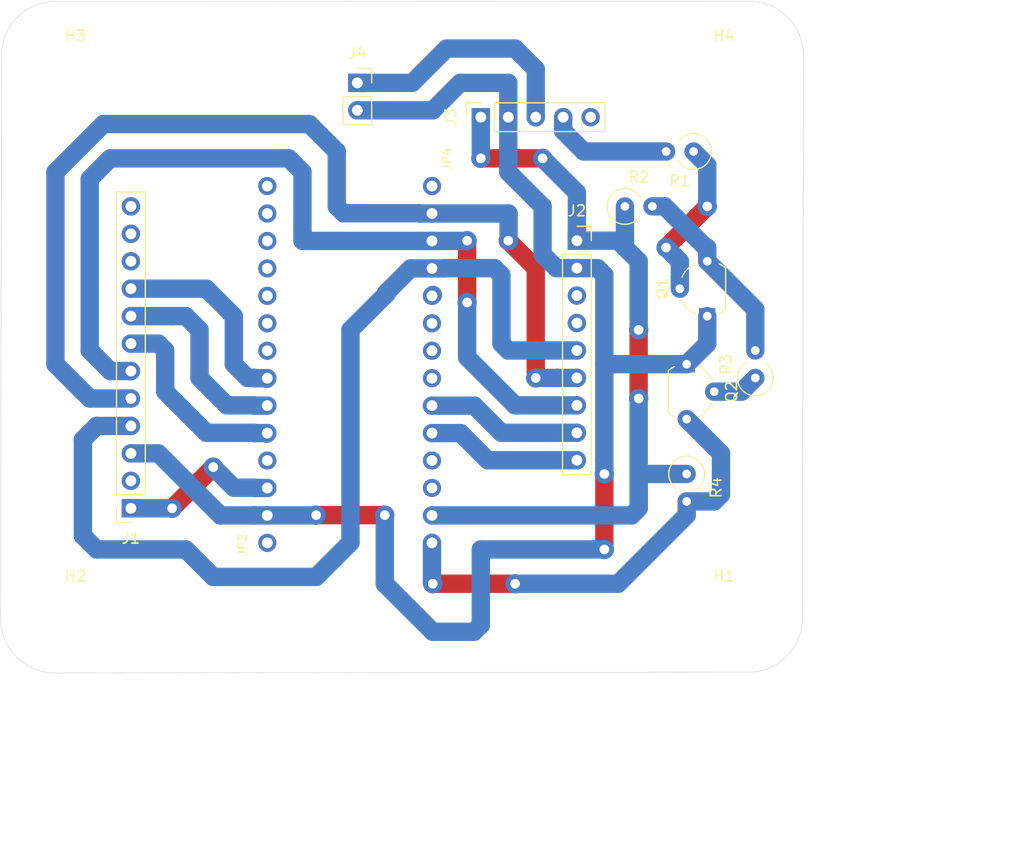
<source format=kicad_pcb>
(kicad_pcb (version 20171130) (host pcbnew 5.1.5-52549c5~84~ubuntu18.04.1)

  (general
    (thickness 1.6)
    (drawings 10)
    (tracks 195)
    (zones 0)
    (modules 16)
    (nets 18)
  )

  (page A4)
  (layers
    (0 Top signal)
    (1 Route2 signal)
    (2 Route15 signal)
    (31 Bottom signal)
    (32 B.Adhes user)
    (33 F.Adhes user)
    (34 B.Paste user)
    (35 F.Paste user)
    (36 B.SilkS user)
    (37 F.SilkS user)
    (38 B.Mask user)
    (39 F.Mask user)
    (40 Dwgs.User user)
    (41 Cmts.User user)
    (42 Eco1.User user)
    (43 Eco2.User user)
    (44 Edge.Cuts user)
    (45 Margin user)
    (46 B.CrtYd user)
    (47 F.CrtYd user)
    (48 B.Fab user)
    (49 F.Fab user)
  )

  (setup
    (last_trace_width 1.7)
    (user_trace_width 1.7)
    (user_trace_width 3)
    (trace_clearance 0.2)
    (zone_clearance 0.508)
    (zone_45_only no)
    (trace_min 0.2)
    (via_size 0.8)
    (via_drill 0.4)
    (via_min_size 0.4)
    (via_min_drill 0.3)
    (user_via 1.78 0.89)
    (user_via 3 1.5)
    (uvia_size 0.3)
    (uvia_drill 0.1)
    (uvias_allowed no)
    (uvia_min_size 0.2)
    (uvia_min_drill 0.1)
    (edge_width 0.05)
    (segment_width 0.2)
    (pcb_text_width 0.3)
    (pcb_text_size 1.5 1.5)
    (mod_edge_width 0.12)
    (mod_text_size 1 1)
    (mod_text_width 0.15)
    (pad_size 1.524 1.524)
    (pad_drill 0.762)
    (pad_to_mask_clearance 0.051)
    (solder_mask_min_width 0.25)
    (aux_axis_origin 58.42 88.265)
    (visible_elements FFFFFF7F)
    (pcbplotparams
      (layerselection 0x01000_fffffff8)
      (usegerberextensions false)
      (usegerberattributes false)
      (usegerberadvancedattributes false)
      (creategerberjobfile false)
      (excludeedgelayer true)
      (linewidth 0.100000)
      (plotframeref false)
      (viasonmask false)
      (mode 1)
      (useauxorigin true)
      (hpglpennumber 1)
      (hpglpenspeed 20)
      (hpglpendiameter 15.000000)
      (psnegative false)
      (psa4output false)
      (plotreference true)
      (plotvalue true)
      (plotinvisibletext false)
      (padsonsilk false)
      (subtractmaskfromsilk false)
      (outputformat 1)
      (mirror false)
      (drillshape 0)
      (scaleselection 1)
      (outputdirectory "gerb/"))
  )

  (net 0 "")
  (net 1 GND)
  (net 2 MOSI)
  (net 3 MISO)
  (net 4 SCK)
  (net 5 +3V3)
  (net 6 E_CS)
  (net 7 E_BUSY)
  (net 8 E_~RST)
  (net 9 VBUS)
  (net 10 /A0)
  (net 11 /A1)
  (net 12 DRV)
  (net 13 "Net-(J3-Pad3)")
  (net 14 ~RST)
  (net 15 "Net-(Q1-Pad3)")
  (net 16 "Net-(Q1-Pad2)")
  (net 17 "Net-(Q2-Pad2)")

  (net_class Default "This is the default net class."
    (clearance 0.2)
    (trace_width 0.25)
    (via_dia 0.8)
    (via_drill 0.4)
    (uvia_dia 0.3)
    (uvia_drill 0.1)
    (add_net +3V3)
    (add_net /A0)
    (add_net /A1)
    (add_net /A2)
    (add_net /A3)
    (add_net /A4)
    (add_net /AREF)
    (add_net /D13)
    (add_net /D2)
    (add_net /D5_5V)
    (add_net /RX_D0)
    (add_net /SCL)
    (add_net /SDA)
    (add_net /TX_D1)
    (add_net /VHI)
    (add_net DRV)
    (add_net E_BUSY)
    (add_net E_CS)
    (add_net E_~RST)
    (add_net GND)
    (add_net L_CS)
    (add_net L_RST)
    (add_net MISO)
    (add_net MOSI)
    (add_net "Net-(J1-Pad10)")
    (add_net "Net-(J1-Pad11)")
    (add_net "Net-(J1-Pad12)")
    (add_net "Net-(J1-Pad2)")
    (add_net "Net-(J2-Pad3)")
    (add_net "Net-(J2-Pad4)")
    (add_net "Net-(J3-Pad3)")
    (add_net "Net-(J3-Pad5)")
    (add_net "Net-(Q1-Pad2)")
    (add_net "Net-(Q1-Pad3)")
    (add_net "Net-(Q2-Pad2)")
    (add_net SCK)
    (add_net VBAT)
    (add_net VBUS)
    (add_net ~RST)
  )

  (module Resistor_THT:R_Axial_DIN0309_L9.0mm_D3.2mm_P2.54mm_Vertical (layer Top) (tedit 5AE5139B) (tstamp 5EEC024F)
    (at 122.555 69.85 270)
    (descr "Resistor, Axial_DIN0309 series, Axial, Vertical, pin pitch=2.54mm, 0.5W = 1/2W, length*diameter=9*3.2mm^2, http://cdn-reichelt.de/documents/datenblatt/B400/1_4W%23YAG.pdf")
    (tags "Resistor Axial_DIN0309 series Axial Vertical pin pitch 2.54mm 0.5W = 1/2W length 9mm diameter 3.2mm")
    (path /5EEC8981)
    (fp_text reference R4 (at 1.27 -2.72 90) (layer F.SilkS)
      (effects (font (size 1 1) (thickness 0.15)))
    )
    (fp_text value R (at 1.27 2.72 90) (layer F.Fab)
      (effects (font (size 1 1) (thickness 0.15)))
    )
    (fp_text user %R (at 1.27 -2.72 90) (layer F.Fab)
      (effects (font (size 1 1) (thickness 0.15)))
    )
    (fp_line (start 3.59 -1.85) (end -1.85 -1.85) (layer F.CrtYd) (width 0.05))
    (fp_line (start 3.59 1.85) (end 3.59 -1.85) (layer F.CrtYd) (width 0.05))
    (fp_line (start -1.85 1.85) (end 3.59 1.85) (layer F.CrtYd) (width 0.05))
    (fp_line (start -1.85 -1.85) (end -1.85 1.85) (layer F.CrtYd) (width 0.05))
    (fp_line (start 0 0) (end 2.54 0) (layer F.Fab) (width 0.1))
    (fp_circle (center 0 0) (end 1.6 0) (layer F.Fab) (width 0.1))
    (fp_arc (start 0 0) (end 1.453272 -0.8) (angle -295.326041) (layer F.SilkS) (width 0.12))
    (pad 2 thru_hole oval (at 2.54 0 270) (size 1.6 1.6) (drill 0.8) (layers *.Cu *.Mask)
      (net 14 ~RST))
    (pad 1 thru_hole circle (at 0 0 270) (size 1.6 1.6) (drill 0.8) (layers *.Cu *.Mask)
      (net 5 +3V3))
    (model ${KISYS3DMOD}/Resistor_THT.3dshapes/R_Axial_DIN0309_L9.0mm_D3.2mm_P2.54mm_Vertical.wrl
      (at (xyz 0 0 0))
      (scale (xyz 1 1 1))
      (rotate (xyz 0 0 0))
    )
  )

  (module Resistor_THT:R_Axial_DIN0309_L9.0mm_D3.2mm_P2.54mm_Vertical (layer Top) (tedit 5AE5139B) (tstamp 5EEC0241)
    (at 128.905 60.96 90)
    (descr "Resistor, Axial_DIN0309 series, Axial, Vertical, pin pitch=2.54mm, 0.5W = 1/2W, length*diameter=9*3.2mm^2, http://cdn-reichelt.de/documents/datenblatt/B400/1_4W%23YAG.pdf")
    (tags "Resistor Axial_DIN0309 series Axial Vertical pin pitch 2.54mm 0.5W = 1/2W length 9mm diameter 3.2mm")
    (path /5EECE4CA)
    (fp_text reference R3 (at 1.27 -2.72 90) (layer F.SilkS)
      (effects (font (size 1 1) (thickness 0.15)))
    )
    (fp_text value R (at 1.27 2.72 90) (layer F.Fab)
      (effects (font (size 1 1) (thickness 0.15)))
    )
    (fp_text user %R (at 1.27 -2.72 90) (layer F.Fab)
      (effects (font (size 1 1) (thickness 0.15)))
    )
    (fp_line (start 3.59 -1.85) (end -1.85 -1.85) (layer F.CrtYd) (width 0.05))
    (fp_line (start 3.59 1.85) (end 3.59 -1.85) (layer F.CrtYd) (width 0.05))
    (fp_line (start -1.85 1.85) (end 3.59 1.85) (layer F.CrtYd) (width 0.05))
    (fp_line (start -1.85 -1.85) (end -1.85 1.85) (layer F.CrtYd) (width 0.05))
    (fp_line (start 0 0) (end 2.54 0) (layer F.Fab) (width 0.1))
    (fp_circle (center 0 0) (end 1.6 0) (layer F.Fab) (width 0.1))
    (fp_arc (start 0 0) (end 1.453272 -0.8) (angle -295.326041) (layer F.SilkS) (width 0.12))
    (pad 2 thru_hole oval (at 2.54 0 90) (size 1.6 1.6) (drill 0.8) (layers *.Cu *.Mask)
      (net 15 "Net-(Q1-Pad3)"))
    (pad 1 thru_hole circle (at 0 0 90) (size 1.6 1.6) (drill 0.8) (layers *.Cu *.Mask)
      (net 17 "Net-(Q2-Pad2)"))
    (model ${KISYS3DMOD}/Resistor_THT.3dshapes/R_Axial_DIN0309_L9.0mm_D3.2mm_P2.54mm_Vertical.wrl
      (at (xyz 0 0 0))
      (scale (xyz 1 1 1))
      (rotate (xyz 0 0 0))
    )
  )

  (module Resistor_THT:R_Axial_DIN0309_L9.0mm_D3.2mm_P2.54mm_Vertical (layer Top) (tedit 5AE5139B) (tstamp 5EEC1098)
    (at 116.84 45.085)
    (descr "Resistor, Axial_DIN0309 series, Axial, Vertical, pin pitch=2.54mm, 0.5W = 1/2W, length*diameter=9*3.2mm^2, http://cdn-reichelt.de/documents/datenblatt/B400/1_4W%23YAG.pdf")
    (tags "Resistor Axial_DIN0309 series Axial Vertical pin pitch 2.54mm 0.5W = 1/2W length 9mm diameter 3.2mm")
    (path /5EED491C)
    (fp_text reference R2 (at 1.27 -2.72) (layer F.SilkS)
      (effects (font (size 1 1) (thickness 0.15)))
    )
    (fp_text value R (at 1.27 2.72) (layer F.Fab)
      (effects (font (size 1 1) (thickness 0.15)))
    )
    (fp_text user %R (at 1.27 -2.72) (layer F.Fab)
      (effects (font (size 1 1) (thickness 0.15)))
    )
    (fp_line (start 3.59 -1.85) (end -1.85 -1.85) (layer F.CrtYd) (width 0.05))
    (fp_line (start 3.59 1.85) (end 3.59 -1.85) (layer F.CrtYd) (width 0.05))
    (fp_line (start -1.85 1.85) (end 3.59 1.85) (layer F.CrtYd) (width 0.05))
    (fp_line (start -1.85 -1.85) (end -1.85 1.85) (layer F.CrtYd) (width 0.05))
    (fp_line (start 0 0) (end 2.54 0) (layer F.Fab) (width 0.1))
    (fp_circle (center 0 0) (end 1.6 0) (layer F.Fab) (width 0.1))
    (fp_arc (start 0 0) (end 1.453272 -0.8) (angle -295.326041) (layer F.SilkS) (width 0.12))
    (pad 2 thru_hole oval (at 2.54 0) (size 1.6 1.6) (drill 0.8) (layers *.Cu *.Mask)
      (net 15 "Net-(Q1-Pad3)"))
    (pad 1 thru_hole circle (at 0 0) (size 1.6 1.6) (drill 0.8) (layers *.Cu *.Mask)
      (net 5 +3V3))
    (model ${KISYS3DMOD}/Resistor_THT.3dshapes/R_Axial_DIN0309_L9.0mm_D3.2mm_P2.54mm_Vertical.wrl
      (at (xyz 0 0 0))
      (scale (xyz 1 1 1))
      (rotate (xyz 0 0 0))
    )
  )

  (module Resistor_THT:R_Axial_DIN0309_L9.0mm_D3.2mm_P2.54mm_Vertical (layer Top) (tedit 5AE5139B) (tstamp 5EEC0225)
    (at 123.19 40.005 180)
    (descr "Resistor, Axial_DIN0309 series, Axial, Vertical, pin pitch=2.54mm, 0.5W = 1/2W, length*diameter=9*3.2mm^2, http://cdn-reichelt.de/documents/datenblatt/B400/1_4W%23YAG.pdf")
    (tags "Resistor Axial_DIN0309 series Axial Vertical pin pitch 2.54mm 0.5W = 1/2W length 9mm diameter 3.2mm")
    (path /5EEDBB3B)
    (fp_text reference R1 (at 1.27 -2.72) (layer F.SilkS)
      (effects (font (size 1 1) (thickness 0.15)))
    )
    (fp_text value R (at 1.27 2.72) (layer F.Fab)
      (effects (font (size 1 1) (thickness 0.15)))
    )
    (fp_text user %R (at 1.27 -2.72) (layer F.Fab)
      (effects (font (size 1 1) (thickness 0.15)))
    )
    (fp_line (start 3.59 -1.85) (end -1.85 -1.85) (layer F.CrtYd) (width 0.05))
    (fp_line (start 3.59 1.85) (end 3.59 -1.85) (layer F.CrtYd) (width 0.05))
    (fp_line (start -1.85 1.85) (end 3.59 1.85) (layer F.CrtYd) (width 0.05))
    (fp_line (start -1.85 -1.85) (end -1.85 1.85) (layer F.CrtYd) (width 0.05))
    (fp_line (start 0 0) (end 2.54 0) (layer F.Fab) (width 0.1))
    (fp_circle (center 0 0) (end 1.6 0) (layer F.Fab) (width 0.1))
    (fp_arc (start 0 0) (end 1.453272 -0.8) (angle -295.326041) (layer F.SilkS) (width 0.12))
    (pad 2 thru_hole oval (at 2.54 0 180) (size 1.6 1.6) (drill 0.8) (layers *.Cu *.Mask)
      (net 12 DRV))
    (pad 1 thru_hole circle (at 0 0 180) (size 1.6 1.6) (drill 0.8) (layers *.Cu *.Mask)
      (net 16 "Net-(Q1-Pad2)"))
    (model ${KISYS3DMOD}/Resistor_THT.3dshapes/R_Axial_DIN0309_L9.0mm_D3.2mm_P2.54mm_Vertical.wrl
      (at (xyz 0 0 0))
      (scale (xyz 1 1 1))
      (rotate (xyz 0 0 0))
    )
  )

  (module Package_TO_SOT_THT:TO-92L_Wide (layer Top) (tedit 5A152D5B) (tstamp 5EEC0217)
    (at 122.555 59.69 270)
    (descr "TO-92L leads in-line (large body variant of TO-92), also known as TO-226, wide, drill 0.75mm (see https://www.diodes.com/assets/Package-Files/TO92L.pdf and http://www.ti.com/lit/an/snoa059/snoa059.pdf)")
    (tags "TO-92L Molded Wide transistor")
    (path /5EEBB84D)
    (fp_text reference Q2 (at 2.55 -4.15 90) (layer F.SilkS)
      (effects (font (size 1 1) (thickness 0.15)))
    )
    (fp_text value Q_NPN_EBC (at 2.54 2.79 90) (layer F.Fab)
      (effects (font (size 1 1) (thickness 0.15)))
    )
    (fp_arc (start 2.54 0) (end 4.45 1.7) (angle -15.88591585) (layer F.SilkS) (width 0.12))
    (fp_arc (start 2.54 0) (end 2.54 -2.48) (angle -130.2499344) (layer F.Fab) (width 0.1))
    (fp_arc (start 2.54 0) (end 2.54 -2.48) (angle 129.9527847) (layer F.Fab) (width 0.1))
    (fp_arc (start 2.54 0) (end 3.6 -2.35) (angle 40.72153779) (layer F.SilkS) (width 0.12))
    (fp_arc (start 2.54 0) (end 1.45 -2.35) (angle -40.11670855) (layer F.SilkS) (width 0.12))
    (fp_arc (start 2.54 0) (end 0.6 1.7) (angle 15.44288892) (layer F.SilkS) (width 0.12))
    (fp_line (start 0.65 1.6) (end 4.4 1.6) (layer F.Fab) (width 0.1))
    (fp_line (start 0.6 1.7) (end 4.45 1.7) (layer F.SilkS) (width 0.12))
    (fp_text user %R (at 2.55 0.05 90) (layer F.Fab)
      (effects (font (size 1 1) (thickness 0.15)))
    )
    (fp_line (start -1 1.85) (end 6.1 1.85) (layer B.CrtYd) (width 0.05))
    (fp_line (start 6.1 1.85) (end 6.1 -3.55) (layer B.CrtYd) (width 0.05))
    (fp_line (start 6.1 -3.55) (end -1 -3.55) (layer B.CrtYd) (width 0.05))
    (fp_line (start -1 -3.55) (end -1 1.85) (layer B.CrtYd) (width 0.05))
    (pad 1 thru_hole rect (at 0 0) (size 1.5 1.5) (drill 0.8) (layers *.Cu *.Mask)
      (net 1 GND))
    (pad 3 thru_hole circle (at 5.08 0) (size 1.5 1.5) (drill 0.8) (layers *.Cu *.Mask)
      (net 14 ~RST))
    (pad 2 thru_hole circle (at 2.54 -2.54) (size 1.5 1.5) (drill 0.8) (layers *.Cu *.Mask)
      (net 17 "Net-(Q2-Pad2)"))
    (model ${KISYS3DMOD}/Package_TO_SOT_THT.3dshapes/TO-92L_Wide.wrl
      (at (xyz 0 0 0))
      (scale (xyz 1 1 1))
      (rotate (xyz 0 0 0))
    )
  )

  (module Package_TO_SOT_THT:TO-92L_Wide (layer Top) (tedit 5A152D5B) (tstamp 5EEC0203)
    (at 124.46 55.245 90)
    (descr "TO-92L leads in-line (large body variant of TO-92), also known as TO-226, wide, drill 0.75mm (see https://www.diodes.com/assets/Package-Files/TO92L.pdf and http://www.ti.com/lit/an/snoa059/snoa059.pdf)")
    (tags "TO-92L Molded Wide transistor")
    (path /5EED1D6F)
    (fp_text reference Q1 (at 2.55 -4.15 90) (layer F.SilkS)
      (effects (font (size 1 1) (thickness 0.15)))
    )
    (fp_text value Q_NPN_EBC (at 2.54 2.79 90) (layer F.Fab)
      (effects (font (size 1 1) (thickness 0.15)))
    )
    (fp_arc (start 2.54 0) (end 4.45 1.7) (angle -15.88591585) (layer F.SilkS) (width 0.12))
    (fp_arc (start 2.54 0) (end 2.54 -2.48) (angle -130.2499344) (layer F.Fab) (width 0.1))
    (fp_arc (start 2.54 0) (end 2.54 -2.48) (angle 129.9527847) (layer F.Fab) (width 0.1))
    (fp_arc (start 2.54 0) (end 3.6 -2.35) (angle 40.72153779) (layer F.SilkS) (width 0.12))
    (fp_arc (start 2.54 0) (end 1.45 -2.35) (angle -40.11670855) (layer F.SilkS) (width 0.12))
    (fp_arc (start 2.54 0) (end 0.6 1.7) (angle 15.44288892) (layer F.SilkS) (width 0.12))
    (fp_line (start 0.65 1.6) (end 4.4 1.6) (layer F.Fab) (width 0.1))
    (fp_line (start 0.6 1.7) (end 4.45 1.7) (layer F.SilkS) (width 0.12))
    (fp_text user %R (at 2.55 0.05 90) (layer F.Fab)
      (effects (font (size 1 1) (thickness 0.15)))
    )
    (fp_line (start -1 1.85) (end 6.1 1.85) (layer B.CrtYd) (width 0.05))
    (fp_line (start 6.1 1.85) (end 6.1 -3.55) (layer B.CrtYd) (width 0.05))
    (fp_line (start 6.1 -3.55) (end -1 -3.55) (layer B.CrtYd) (width 0.05))
    (fp_line (start -1 -3.55) (end -1 1.85) (layer B.CrtYd) (width 0.05))
    (pad 1 thru_hole rect (at 0 0 180) (size 1.5 1.5) (drill 0.8) (layers *.Cu *.Mask)
      (net 1 GND))
    (pad 3 thru_hole circle (at 5.08 0 180) (size 1.5 1.5) (drill 0.8) (layers *.Cu *.Mask)
      (net 15 "Net-(Q1-Pad3)"))
    (pad 2 thru_hole circle (at 2.54 -2.54 180) (size 1.5 1.5) (drill 0.8) (layers *.Cu *.Mask)
      (net 16 "Net-(Q1-Pad2)"))
    (model ${KISYS3DMOD}/Package_TO_SOT_THT.3dshapes/TO-92L_Wide.wrl
      (at (xyz 0 0 0))
      (scale (xyz 1 1 1))
      (rotate (xyz 0 0 0))
    )
  )

  (module Connector_PinSocket_2.54mm:PinSocket_1x02_P2.54mm_Vertical (layer Top) (tedit 5A19A420) (tstamp 5EEC016F)
    (at 92.075 33.655)
    (descr "Through hole straight socket strip, 1x02, 2.54mm pitch, single row (from Kicad 4.0.7), script generated")
    (tags "Through hole socket strip THT 1x02 2.54mm single row")
    (path /5EEFC542)
    (fp_text reference J4 (at 0 -2.77) (layer F.SilkS)
      (effects (font (size 1 1) (thickness 0.15)))
    )
    (fp_text value Conn_01x02_Female (at 0 5.31) (layer F.Fab)
      (effects (font (size 1 1) (thickness 0.15)))
    )
    (fp_text user %R (at 0 1.27 90) (layer F.Fab)
      (effects (font (size 1 1) (thickness 0.15)))
    )
    (fp_line (start -1.8 4.3) (end -1.8 -1.8) (layer F.CrtYd) (width 0.05))
    (fp_line (start 1.75 4.3) (end -1.8 4.3) (layer F.CrtYd) (width 0.05))
    (fp_line (start 1.75 -1.8) (end 1.75 4.3) (layer F.CrtYd) (width 0.05))
    (fp_line (start -1.8 -1.8) (end 1.75 -1.8) (layer F.CrtYd) (width 0.05))
    (fp_line (start 0 -1.33) (end 1.33 -1.33) (layer F.SilkS) (width 0.12))
    (fp_line (start 1.33 -1.33) (end 1.33 0) (layer F.SilkS) (width 0.12))
    (fp_line (start 1.33 1.27) (end 1.33 3.87) (layer F.SilkS) (width 0.12))
    (fp_line (start -1.33 3.87) (end 1.33 3.87) (layer F.SilkS) (width 0.12))
    (fp_line (start -1.33 1.27) (end -1.33 3.87) (layer F.SilkS) (width 0.12))
    (fp_line (start -1.33 1.27) (end 1.33 1.27) (layer F.SilkS) (width 0.12))
    (fp_line (start -1.27 3.81) (end -1.27 -1.27) (layer F.Fab) (width 0.1))
    (fp_line (start 1.27 3.81) (end -1.27 3.81) (layer F.Fab) (width 0.1))
    (fp_line (start 1.27 -0.635) (end 1.27 3.81) (layer F.Fab) (width 0.1))
    (fp_line (start 0.635 -1.27) (end 1.27 -0.635) (layer F.Fab) (width 0.1))
    (fp_line (start -1.27 -1.27) (end 0.635 -1.27) (layer F.Fab) (width 0.1))
    (pad 2 thru_hole oval (at 0 2.54) (size 1.7 1.7) (drill 1) (layers *.Cu *.Mask)
      (net 1 GND))
    (pad 1 thru_hole rect (at 0 0) (size 1.7 1.7) (drill 1) (layers *.Cu *.Mask)
      (net 13 "Net-(J3-Pad3)"))
    (model ${KISYS3DMOD}/Connector_PinSocket_2.54mm.3dshapes/PinSocket_1x02_P2.54mm_Vertical.wrl
      (at (xyz 0 0 0))
      (scale (xyz 1 1 1))
      (rotate (xyz 0 0 0))
    )
  )

  (module Connector_PinSocket_2.54mm:PinSocket_1x05_P2.54mm_Vertical (layer Top) (tedit 5A19A420) (tstamp 5EEC0159)
    (at 103.505 36.83 90)
    (descr "Through hole straight socket strip, 1x05, 2.54mm pitch, single row (from Kicad 4.0.7), script generated")
    (tags "Through hole socket strip THT 1x05 2.54mm single row")
    (path /5EEF8EF8)
    (fp_text reference J3 (at 0 -2.77 90) (layer F.SilkS)
      (effects (font (size 1 1) (thickness 0.15)))
    )
    (fp_text value Conn_01x05_Female (at 0 12.93 90) (layer F.Fab)
      (effects (font (size 1 1) (thickness 0.15)))
    )
    (fp_text user %R (at 0 5.08) (layer F.Fab)
      (effects (font (size 1 1) (thickness 0.15)))
    )
    (fp_line (start -1.8 11.9) (end -1.8 -1.8) (layer F.CrtYd) (width 0.05))
    (fp_line (start 1.75 11.9) (end -1.8 11.9) (layer F.CrtYd) (width 0.05))
    (fp_line (start 1.75 -1.8) (end 1.75 11.9) (layer F.CrtYd) (width 0.05))
    (fp_line (start -1.8 -1.8) (end 1.75 -1.8) (layer F.CrtYd) (width 0.05))
    (fp_line (start 0 -1.33) (end 1.33 -1.33) (layer F.SilkS) (width 0.12))
    (fp_line (start 1.33 -1.33) (end 1.33 0) (layer F.SilkS) (width 0.12))
    (fp_line (start 1.33 1.27) (end 1.33 11.49) (layer F.SilkS) (width 0.12))
    (fp_line (start -1.33 11.49) (end 1.33 11.49) (layer F.SilkS) (width 0.12))
    (fp_line (start -1.33 1.27) (end -1.33 11.49) (layer F.SilkS) (width 0.12))
    (fp_line (start -1.33 1.27) (end 1.33 1.27) (layer F.SilkS) (width 0.12))
    (fp_line (start -1.27 11.43) (end -1.27 -1.27) (layer F.Fab) (width 0.1))
    (fp_line (start 1.27 11.43) (end -1.27 11.43) (layer F.Fab) (width 0.1))
    (fp_line (start 1.27 -0.635) (end 1.27 11.43) (layer F.Fab) (width 0.1))
    (fp_line (start 0.635 -1.27) (end 1.27 -0.635) (layer F.Fab) (width 0.1))
    (fp_line (start -1.27 -1.27) (end 0.635 -1.27) (layer F.Fab) (width 0.1))
    (pad 5 thru_hole oval (at 0 10.16 90) (size 1.7 1.7) (drill 1) (layers *.Cu *.Mask))
    (pad 4 thru_hole oval (at 0 7.62 90) (size 1.7 1.7) (drill 1) (layers *.Cu *.Mask)
      (net 12 DRV))
    (pad 3 thru_hole oval (at 0 5.08 90) (size 1.7 1.7) (drill 1) (layers *.Cu *.Mask)
      (net 13 "Net-(J3-Pad3)"))
    (pad 2 thru_hole oval (at 0 2.54 90) (size 1.7 1.7) (drill 1) (layers *.Cu *.Mask)
      (net 1 GND))
    (pad 1 thru_hole rect (at 0 0 90) (size 1.7 1.7) (drill 1) (layers *.Cu *.Mask)
      (net 5 +3V3))
    (model ${KISYS3DMOD}/Connector_PinSocket_2.54mm.3dshapes/PinSocket_1x05_P2.54mm_Vertical.wrl
      (at (xyz 0 0 0))
      (scale (xyz 1 1 1))
      (rotate (xyz 0 0 0))
    )
  )

  (module MountingHole:MountingHole_2.7mm_M2.5 (layer Top) (tedit 56D1B4CB) (tstamp 5EEC00CA)
    (at 126 33)
    (descr "Mounting Hole 2.7mm, no annular, M2.5")
    (tags "mounting hole 2.7mm no annular m2.5")
    (path /5D99FFF4)
    (attr virtual)
    (fp_text reference H4 (at 0 -3.7) (layer F.SilkS)
      (effects (font (size 1 1) (thickness 0.15)))
    )
    (fp_text value MountingHole (at 0 3.7) (layer F.Fab)
      (effects (font (size 1 1) (thickness 0.15)))
    )
    (fp_text user %R (at 0.3 0) (layer F.Fab)
      (effects (font (size 1 1) (thickness 0.15)))
    )
    (fp_circle (center 0 0) (end 2.7 0) (layer Cmts.User) (width 0.15))
    (fp_circle (center 0 0) (end 2.95 0) (layer F.CrtYd) (width 0.05))
    (pad 1 np_thru_hole circle (at 0 0) (size 2.7 2.7) (drill 2.7) (layers *.Cu *.Mask))
  )

  (module Connector_PinSocket_2.54mm:PinSocket_1x12_P2.54mm_Vertical (layer Top) (tedit 5A19A41D) (tstamp 5EE925AE)
    (at 71.12 73.025 180)
    (descr "Through hole straight socket strip, 1x12, 2.54mm pitch, single row (from Kicad 4.0.7), script generated")
    (tags "Through hole socket strip THT 1x12 2.54mm single row")
    (path /5D953D46)
    (fp_text reference J1 (at 0 -2.77) (layer F.SilkS)
      (effects (font (size 1 1) (thickness 0.15)))
    )
    (fp_text value Conn_01x12_Female (at 0 30.71) (layer F.Fab)
      (effects (font (size 1 1) (thickness 0.15)))
    )
    (fp_line (start -1.27 -1.27) (end 0.635 -1.27) (layer F.Fab) (width 0.1))
    (fp_line (start 0.635 -1.27) (end 1.27 -0.635) (layer F.Fab) (width 0.1))
    (fp_line (start 1.27 -0.635) (end 1.27 29.21) (layer F.Fab) (width 0.1))
    (fp_line (start 1.27 29.21) (end -1.27 29.21) (layer F.Fab) (width 0.1))
    (fp_line (start -1.27 29.21) (end -1.27 -1.27) (layer F.Fab) (width 0.1))
    (fp_line (start -1.33 1.27) (end 1.33 1.27) (layer F.SilkS) (width 0.12))
    (fp_line (start -1.33 1.27) (end -1.33 29.27) (layer F.SilkS) (width 0.12))
    (fp_line (start -1.33 29.27) (end 1.33 29.27) (layer F.SilkS) (width 0.12))
    (fp_line (start 1.33 1.27) (end 1.33 29.27) (layer F.SilkS) (width 0.12))
    (fp_line (start 1.33 -1.33) (end 1.33 0) (layer F.SilkS) (width 0.12))
    (fp_line (start 0 -1.33) (end 1.33 -1.33) (layer F.SilkS) (width 0.12))
    (fp_line (start -1.8 -1.8) (end 1.75 -1.8) (layer F.CrtYd) (width 0.05))
    (fp_line (start 1.75 -1.8) (end 1.75 29.7) (layer F.CrtYd) (width 0.05))
    (fp_line (start 1.75 29.7) (end -1.8 29.7) (layer F.CrtYd) (width 0.05))
    (fp_line (start -1.8 29.7) (end -1.8 -1.8) (layer F.CrtYd) (width 0.05))
    (fp_text user %R (at 0 13.97 90) (layer F.Fab)
      (effects (font (size 1 1) (thickness 0.15)))
    )
    (pad 1 thru_hole rect (at 0 0 180) (size 1.7 1.7) (drill 1) (layers *.Cu *.Mask)
      (net 9 VBUS))
    (pad 2 thru_hole oval (at 0 2.54 180) (size 1.7 1.7) (drill 1) (layers *.Cu *.Mask))
    (pad 3 thru_hole oval (at 0 5.08 180) (size 1.7 1.7) (drill 1) (layers *.Cu *.Mask)
      (net 1 GND))
    (pad 4 thru_hole oval (at 0 7.62 180) (size 1.7 1.7) (drill 1) (layers *.Cu *.Mask)
      (net 4 SCK))
    (pad 5 thru_hole oval (at 0 10.16 180) (size 1.7 1.7) (drill 1) (layers *.Cu *.Mask)
      (net 3 MISO))
    (pad 6 thru_hole oval (at 0 12.7 180) (size 1.7 1.7) (drill 1) (layers *.Cu *.Mask)
      (net 2 MOSI))
    (pad 7 thru_hole oval (at 0 15.24 180) (size 1.7 1.7) (drill 1) (layers *.Cu *.Mask)
      (net 6 E_CS))
    (pad 8 thru_hole oval (at 0 17.78 180) (size 1.7 1.7) (drill 1) (layers *.Cu *.Mask)
      (net 7 E_BUSY))
    (pad 9 thru_hole oval (at 0 20.32 180) (size 1.7 1.7) (drill 1) (layers *.Cu *.Mask)
      (net 8 E_~RST))
    (pad 10 thru_hole oval (at 0 22.86 180) (size 1.7 1.7) (drill 1) (layers *.Cu *.Mask))
    (pad 11 thru_hole oval (at 0 25.4 180) (size 1.7 1.7) (drill 1) (layers *.Cu *.Mask))
    (pad 12 thru_hole oval (at 0 27.94 180) (size 1.7 1.7) (drill 1) (layers *.Cu *.Mask))
    (model ${KISYS3DMOD}/Connector_PinSocket_2.54mm.3dshapes/PinSocket_1x12_P2.54mm_Vertical.wrl
      (at (xyz 0 0 0))
      (scale (xyz 1 1 1))
      (rotate (xyz 0 0 0))
    )
  )

  (module Connector_PinSocket_2.54mm:PinSocket_1x09_P2.54mm_Vertical (layer Top) (tedit 5A19A431) (tstamp 5EE92428)
    (at 112.395 48.26)
    (descr "Through hole straight socket strip, 1x09, 2.54mm pitch, single row (from Kicad 4.0.7), script generated")
    (tags "Through hole socket strip THT 1x09 2.54mm single row")
    (path /5EEA3416)
    (fp_text reference J2 (at 0 -2.77) (layer F.SilkS)
      (effects (font (size 1 1) (thickness 0.15)))
    )
    (fp_text value Conn_01x09_Female (at 0 23.09) (layer F.Fab)
      (effects (font (size 1 1) (thickness 0.15)))
    )
    (fp_text user %R (at 0 10.16 90) (layer F.Fab)
      (effects (font (size 1 1) (thickness 0.15)))
    )
    (fp_line (start -1.8 22.1) (end -1.8 -1.8) (layer F.CrtYd) (width 0.05))
    (fp_line (start 1.75 22.1) (end -1.8 22.1) (layer F.CrtYd) (width 0.05))
    (fp_line (start 1.75 -1.8) (end 1.75 22.1) (layer F.CrtYd) (width 0.05))
    (fp_line (start -1.8 -1.8) (end 1.75 -1.8) (layer F.CrtYd) (width 0.05))
    (fp_line (start 0 -1.33) (end 1.33 -1.33) (layer F.SilkS) (width 0.12))
    (fp_line (start 1.33 -1.33) (end 1.33 0) (layer F.SilkS) (width 0.12))
    (fp_line (start 1.33 1.27) (end 1.33 21.65) (layer F.SilkS) (width 0.12))
    (fp_line (start -1.33 21.65) (end 1.33 21.65) (layer F.SilkS) (width 0.12))
    (fp_line (start -1.33 1.27) (end -1.33 21.65) (layer F.SilkS) (width 0.12))
    (fp_line (start -1.33 1.27) (end 1.33 1.27) (layer F.SilkS) (width 0.12))
    (fp_line (start -1.27 21.59) (end -1.27 -1.27) (layer F.Fab) (width 0.1))
    (fp_line (start 1.27 21.59) (end -1.27 21.59) (layer F.Fab) (width 0.1))
    (fp_line (start 1.27 -0.635) (end 1.27 21.59) (layer F.Fab) (width 0.1))
    (fp_line (start 0.635 -1.27) (end 1.27 -0.635) (layer F.Fab) (width 0.1))
    (fp_line (start -1.27 -1.27) (end 0.635 -1.27) (layer F.Fab) (width 0.1))
    (pad 9 thru_hole oval (at 0 20.32) (size 1.7 1.7) (drill 1) (layers *.Cu *.Mask)
      (net 10 /A0))
    (pad 8 thru_hole oval (at 0 17.78) (size 1.7 1.7) (drill 1) (layers *.Cu *.Mask)
      (net 11 /A1))
    (pad 7 thru_hole oval (at 0 15.24) (size 1.7 1.7) (drill 1) (layers *.Cu *.Mask)
      (net 2 MOSI))
    (pad 6 thru_hole oval (at 0 12.7) (size 1.7 1.7) (drill 1) (layers *.Cu *.Mask)
      (net 3 MISO))
    (pad 5 thru_hole oval (at 0 10.16) (size 1.7 1.7) (drill 1) (layers *.Cu *.Mask)
      (net 4 SCK))
    (pad 4 thru_hole oval (at 0 7.62) (size 1.7 1.7) (drill 1) (layers *.Cu *.Mask))
    (pad 3 thru_hole oval (at 0 5.08) (size 1.7 1.7) (drill 1) (layers *.Cu *.Mask))
    (pad 2 thru_hole oval (at 0 2.54) (size 1.7 1.7) (drill 1) (layers *.Cu *.Mask)
      (net 1 GND))
    (pad 1 thru_hole rect (at 0 0) (size 1.7 1.7) (drill 1) (layers *.Cu *.Mask)
      (net 5 +3V3))
    (model ${KISYS3DMOD}/Connector_PinSocket_2.54mm.3dshapes/PinSocket_1x09_P2.54mm_Vertical.wrl
      (at (xyz 0 0 0))
      (scale (xyz 1 1 1))
      (rotate (xyz 0 0 0))
    )
  )

  (module ib4:1X14_ROUND70 (layer Top) (tedit 0) (tstamp 5DA2F3C6)
    (at 83.7438 59.7154 90)
    (path /FA93C76E)
    (fp_text reference JP2 (at -17.8562 -1.8288 90) (layer F.SilkS)
      (effects (font (size 0.77216 0.77216) (thickness 0.138988)) (justify left bottom))
    )
    (fp_text value HEADER-1X14 (at -17.78 3.175 90) (layer F.Fab)
      (effects (font (size 0.38608 0.38608) (thickness 0.038608)) (justify left bottom))
    )
    (fp_poly (pts (xy 16.256 0.254) (xy 16.764 0.254) (xy 16.764 -0.254) (xy 16.256 -0.254)) (layer F.Fab) (width 0))
    (fp_poly (pts (xy 13.716 0.254) (xy 14.224 0.254) (xy 14.224 -0.254) (xy 13.716 -0.254)) (layer F.Fab) (width 0))
    (fp_poly (pts (xy 11.176 0.254) (xy 11.684 0.254) (xy 11.684 -0.254) (xy 11.176 -0.254)) (layer F.Fab) (width 0))
    (fp_poly (pts (xy 8.636 0.254) (xy 9.144 0.254) (xy 9.144 -0.254) (xy 8.636 -0.254)) (layer F.Fab) (width 0))
    (fp_poly (pts (xy 6.096 0.254) (xy 6.604 0.254) (xy 6.604 -0.254) (xy 6.096 -0.254)) (layer F.Fab) (width 0))
    (fp_poly (pts (xy -16.764 0.254) (xy -16.256 0.254) (xy -16.256 -0.254) (xy -16.764 -0.254)) (layer F.Fab) (width 0))
    (fp_poly (pts (xy -14.224 0.254) (xy -13.716 0.254) (xy -13.716 -0.254) (xy -14.224 -0.254)) (layer F.Fab) (width 0))
    (fp_poly (pts (xy -11.684 0.254) (xy -11.176 0.254) (xy -11.176 -0.254) (xy -11.684 -0.254)) (layer F.Fab) (width 0))
    (fp_poly (pts (xy -9.144 0.254) (xy -8.636 0.254) (xy -8.636 -0.254) (xy -9.144 -0.254)) (layer F.Fab) (width 0))
    (fp_poly (pts (xy -6.604 0.254) (xy -6.096 0.254) (xy -6.096 -0.254) (xy -6.604 -0.254)) (layer F.Fab) (width 0))
    (fp_poly (pts (xy -4.064 0.254) (xy -3.556 0.254) (xy -3.556 -0.254) (xy -4.064 -0.254)) (layer F.Fab) (width 0))
    (fp_poly (pts (xy -1.524 0.254) (xy -1.016 0.254) (xy -1.016 -0.254) (xy -1.524 -0.254)) (layer F.Fab) (width 0))
    (fp_poly (pts (xy 1.016 0.254) (xy 1.524 0.254) (xy 1.524 -0.254) (xy 1.016 -0.254)) (layer F.Fab) (width 0))
    (fp_poly (pts (xy 3.556 0.254) (xy 4.064 0.254) (xy 4.064 -0.254) (xy 3.556 -0.254)) (layer F.Fab) (width 0))
    (fp_line (start -17.78 -0.635) (end -17.78 0.635) (layer F.Fab) (width 0.2032))
    (pad 14 thru_hole circle (at 16.51 0 180) (size 1.6764 1.6764) (drill 1) (layers *.Cu *.Mask)
      (solder_mask_margin 0.0508))
    (pad 13 thru_hole circle (at 13.97 0 180) (size 1.6764 1.6764) (drill 1) (layers *.Cu *.Mask)
      (solder_mask_margin 0.0508))
    (pad 12 thru_hole circle (at 11.43 0 180) (size 1.6764 1.6764) (drill 1) (layers *.Cu *.Mask)
      (solder_mask_margin 0.0508))
    (pad 11 thru_hole circle (at 8.89 0 180) (size 1.6764 1.6764) (drill 1) (layers *.Cu *.Mask)
      (solder_mask_margin 0.0508))
    (pad 10 thru_hole circle (at 6.35 0 180) (size 1.6764 1.6764) (drill 1) (layers *.Cu *.Mask)
      (solder_mask_margin 0.0508))
    (pad 9 thru_hole circle (at 3.81 0 180) (size 1.6764 1.6764) (drill 1) (layers *.Cu *.Mask)
      (solder_mask_margin 0.0508))
    (pad 8 thru_hole circle (at 1.27 0 180) (size 1.6764 1.6764) (drill 1) (layers *.Cu *.Mask)
      (solder_mask_margin 0.0508))
    (pad 7 thru_hole circle (at -1.27 0 180) (size 1.6764 1.6764) (drill 1) (layers *.Cu *.Mask)
      (net 8 E_~RST) (solder_mask_margin 0.0508))
    (pad 6 thru_hole circle (at -3.81 0 180) (size 1.6764 1.6764) (drill 1) (layers *.Cu *.Mask)
      (net 7 E_BUSY) (solder_mask_margin 0.0508))
    (pad 5 thru_hole circle (at -6.35 0 180) (size 1.6764 1.6764) (drill 1) (layers *.Cu *.Mask)
      (net 6 E_CS) (solder_mask_margin 0.0508))
    (pad 4 thru_hole circle (at -8.89 0 180) (size 1.6764 1.6764) (drill 1) (layers *.Cu *.Mask)
      (solder_mask_margin 0.0508))
    (pad 3 thru_hole circle (at -11.43 0 180) (size 1.6764 1.6764) (drill 1) (layers *.Cu *.Mask)
      (net 9 VBUS) (solder_mask_margin 0.0508))
    (pad 2 thru_hole circle (at -13.97 0 180) (size 1.6764 1.6764) (drill 1) (layers *.Cu *.Mask)
      (net 1 GND) (solder_mask_margin 0.0508))
    (pad 1 thru_hole circle (at -16.51 0 180) (size 1.6764 1.6764) (drill 1) (layers *.Cu *.Mask)
      (solder_mask_margin 0.0508))
  )

  (module ib4:1X14_ROUND70 (layer Top) (tedit 0) (tstamp 5DA2F426)
    (at 98.9838 59.7154 270)
    (path /47274FB3)
    (fp_text reference JP4 (at -17.8562 -1.8288 90) (layer F.SilkS)
      (effects (font (size 0.77216 0.77216) (thickness 0.138988)) (justify left bottom))
    )
    (fp_text value HEADER-1X14 (at -17.78 3.175 90) (layer F.Fab)
      (effects (font (size 0.38608 0.38608) (thickness 0.038608)) (justify left bottom))
    )
    (fp_poly (pts (xy 16.256 0.254) (xy 16.764 0.254) (xy 16.764 -0.254) (xy 16.256 -0.254)) (layer F.Fab) (width 0))
    (fp_poly (pts (xy 13.716 0.254) (xy 14.224 0.254) (xy 14.224 -0.254) (xy 13.716 -0.254)) (layer F.Fab) (width 0))
    (fp_poly (pts (xy 11.176 0.254) (xy 11.684 0.254) (xy 11.684 -0.254) (xy 11.176 -0.254)) (layer F.Fab) (width 0))
    (fp_poly (pts (xy 8.636 0.254) (xy 9.144 0.254) (xy 9.144 -0.254) (xy 8.636 -0.254)) (layer F.Fab) (width 0))
    (fp_poly (pts (xy 6.096 0.254) (xy 6.604 0.254) (xy 6.604 -0.254) (xy 6.096 -0.254)) (layer F.Fab) (width 0))
    (fp_poly (pts (xy -16.764 0.254) (xy -16.256 0.254) (xy -16.256 -0.254) (xy -16.764 -0.254)) (layer F.Fab) (width 0))
    (fp_poly (pts (xy -14.224 0.254) (xy -13.716 0.254) (xy -13.716 -0.254) (xy -14.224 -0.254)) (layer F.Fab) (width 0))
    (fp_poly (pts (xy -11.684 0.254) (xy -11.176 0.254) (xy -11.176 -0.254) (xy -11.684 -0.254)) (layer F.Fab) (width 0))
    (fp_poly (pts (xy -9.144 0.254) (xy -8.636 0.254) (xy -8.636 -0.254) (xy -9.144 -0.254)) (layer F.Fab) (width 0))
    (fp_poly (pts (xy -6.604 0.254) (xy -6.096 0.254) (xy -6.096 -0.254) (xy -6.604 -0.254)) (layer F.Fab) (width 0))
    (fp_poly (pts (xy -4.064 0.254) (xy -3.556 0.254) (xy -3.556 -0.254) (xy -4.064 -0.254)) (layer F.Fab) (width 0))
    (fp_poly (pts (xy -1.524 0.254) (xy -1.016 0.254) (xy -1.016 -0.254) (xy -1.524 -0.254)) (layer F.Fab) (width 0))
    (fp_poly (pts (xy 1.016 0.254) (xy 1.524 0.254) (xy 1.524 -0.254) (xy 1.016 -0.254)) (layer F.Fab) (width 0))
    (fp_poly (pts (xy 3.556 0.254) (xy 4.064 0.254) (xy 4.064 -0.254) (xy 3.556 -0.254)) (layer F.Fab) (width 0))
    (fp_line (start -17.78 -0.635) (end -17.78 0.635) (layer F.Fab) (width 0.2032))
    (pad 14 thru_hole circle (at 16.51 0) (size 1.6764 1.6764) (drill 1) (layers *.Cu *.Mask)
      (net 14 ~RST) (solder_mask_margin 0.0508))
    (pad 13 thru_hole circle (at 13.97 0) (size 1.6764 1.6764) (drill 1) (layers *.Cu *.Mask)
      (net 5 +3V3) (solder_mask_margin 0.0508))
    (pad 12 thru_hole circle (at 11.43 0) (size 1.6764 1.6764) (drill 1) (layers *.Cu *.Mask)
      (solder_mask_margin 0.0508))
    (pad 11 thru_hole circle (at 8.89 0) (size 1.6764 1.6764) (drill 1) (layers *.Cu *.Mask)
      (solder_mask_margin 0.0508))
    (pad 10 thru_hole circle (at 6.35 0) (size 1.6764 1.6764) (drill 1) (layers *.Cu *.Mask)
      (net 10 /A0) (solder_mask_margin 0.0508))
    (pad 9 thru_hole circle (at 3.81 0) (size 1.6764 1.6764) (drill 1) (layers *.Cu *.Mask)
      (net 11 /A1) (solder_mask_margin 0.0508))
    (pad 8 thru_hole circle (at 1.27 0) (size 1.6764 1.6764) (drill 1) (layers *.Cu *.Mask)
      (solder_mask_margin 0.0508))
    (pad 7 thru_hole circle (at -1.27 0) (size 1.6764 1.6764) (drill 1) (layers *.Cu *.Mask)
      (solder_mask_margin 0.0508))
    (pad 6 thru_hole circle (at -3.81 0) (size 1.6764 1.6764) (drill 1) (layers *.Cu *.Mask)
      (solder_mask_margin 0.0508))
    (pad 5 thru_hole circle (at -6.35 0) (size 1.6764 1.6764) (drill 1) (layers *.Cu *.Mask)
      (solder_mask_margin 0.0508))
    (pad 4 thru_hole circle (at -8.89 0) (size 1.6764 1.6764) (drill 1) (layers *.Cu *.Mask)
      (net 4 SCK) (solder_mask_margin 0.0508))
    (pad 3 thru_hole circle (at -11.43 0) (size 1.6764 1.6764) (drill 1) (layers *.Cu *.Mask)
      (net 2 MOSI) (solder_mask_margin 0.0508))
    (pad 2 thru_hole circle (at -13.97 0) (size 1.6764 1.6764) (drill 1) (layers *.Cu *.Mask)
      (net 3 MISO) (solder_mask_margin 0.0508))
    (pad 1 thru_hole circle (at -16.51 0) (size 1.6764 1.6764) (drill 1) (layers *.Cu *.Mask)
      (solder_mask_margin 0.0508))
  )

  (module MountingHole:MountingHole_2.7mm_M2.5 (layer Top) (tedit 56D1B4CB) (tstamp 5EE94034)
    (at 126 83)
    (descr "Mounting Hole 2.7mm, no annular, M2.5")
    (tags "mounting hole 2.7mm no annular m2.5")
    (path /5D99EBDD)
    (attr virtual)
    (fp_text reference H1 (at 0 -3.7) (layer F.SilkS)
      (effects (font (size 1 1) (thickness 0.15)))
    )
    (fp_text value MountingHole (at 0 3.7) (layer F.Fab)
      (effects (font (size 1 1) (thickness 0.15)))
    )
    (fp_circle (center 0 0) (end 2.95 0) (layer F.CrtYd) (width 0.05))
    (fp_circle (center 0 0) (end 2.7 0) (layer Cmts.User) (width 0.15))
    (fp_text user %R (at 0 0) (layer F.Fab)
      (effects (font (size 1 1) (thickness 0.15)))
    )
    (pad 1 np_thru_hole circle (at 0 0) (size 2.7 2.7) (drill 2.7) (layers *.Cu *.Mask))
  )

  (module MountingHole:MountingHole_2.7mm_M2.5 (layer Top) (tedit 56D1B4CB) (tstamp 5D926E42)
    (at 66 83)
    (descr "Mounting Hole 2.7mm, no annular, M2.5")
    (tags "mounting hole 2.7mm no annular m2.5")
    (path /5D99FC38)
    (attr virtual)
    (fp_text reference H2 (at 0 -3.7) (layer F.SilkS)
      (effects (font (size 1 1) (thickness 0.15)))
    )
    (fp_text value MountingHole (at 0 3.7) (layer F.Fab)
      (effects (font (size 1 1) (thickness 0.15)))
    )
    (fp_text user %R (at 1 0) (layer F.Fab)
      (effects (font (size 1 1) (thickness 0.15)))
    )
    (fp_circle (center 0 0) (end 2.7 0) (layer Cmts.User) (width 0.15))
    (fp_circle (center 0 0) (end 2.95 0) (layer F.CrtYd) (width 0.05))
    (pad 1 np_thru_hole circle (at 0 0) (size 2.7 2.7) (drill 2.7) (layers *.Cu *.Mask))
  )

  (module MountingHole:MountingHole_2.7mm_M2.5 (layer Top) (tedit 56D1B4CB) (tstamp 5EEC1888)
    (at 66 33)
    (descr "Mounting Hole 2.7mm, no annular, M2.5")
    (tags "mounting hole 2.7mm no annular m2.5")
    (path /5D99FE70)
    (attr virtual)
    (fp_text reference H3 (at 0 -3.7) (layer F.SilkS)
      (effects (font (size 1 1) (thickness 0.15)))
    )
    (fp_text value MountingHole (at 0 3.7) (layer F.Fab)
      (effects (font (size 1 1) (thickness 0.15)))
    )
    (fp_circle (center 0 0) (end 2.95 0) (layer F.CrtYd) (width 0.05))
    (fp_circle (center 0 0) (end 2.7 0) (layer Cmts.User) (width 0.15))
    (fp_text user %R (at 0.3 0) (layer F.Fab)
      (effects (font (size 1 1) (thickness 0.15)))
    )
    (pad 1 np_thru_hole circle (at 0 0) (size 2.7 2.7) (drill 2.7) (layers *.Cu *.Mask))
  )

  (dimension 62.23 (width 0.1) (layer Dwgs.User)
    (gr_text "62.230 mm" (at 152.38 57.15 270) (layer Dwgs.User)
      (effects (font (size 1 1) (thickness 0.15)))
    )
    (feature1 (pts (xy 125.73 88.265) (xy 151.716421 88.265)))
    (feature2 (pts (xy 125.73 26.035) (xy 151.716421 26.035)))
    (crossbar (pts (xy 151.13 26.035) (xy 151.13 88.265)))
    (arrow1a (pts (xy 151.13 88.265) (xy 150.543579 87.138496)))
    (arrow1b (pts (xy 151.13 88.265) (xy 151.716421 87.138496)))
    (arrow2a (pts (xy 151.13 26.035) (xy 150.543579 27.161504)))
    (arrow2b (pts (xy 151.13 26.035) (xy 151.716421 27.161504)))
  )
  (dimension 74.295 (width 0.1) (layer Dwgs.User)
    (gr_text "74.295 mm" (at 96.2025 106.025) (layer Dwgs.User)
      (effects (font (size 1 1) (thickness 0.15)))
    )
    (feature1 (pts (xy 59.055 68.58) (xy 59.055 105.361421)))
    (feature2 (pts (xy 133.35 68.58) (xy 133.35 105.361421)))
    (crossbar (pts (xy 133.35 104.775) (xy 59.055 104.775)))
    (arrow1a (pts (xy 59.055 104.775) (xy 60.181504 104.188579)))
    (arrow1b (pts (xy 59.055 104.775) (xy 60.181504 105.361421)))
    (arrow2a (pts (xy 133.35 104.775) (xy 132.223496 104.188579)))
    (arrow2b (pts (xy 133.35 104.775) (xy 132.223496 105.361421)))
  )
  (gr_line (start 133.35 31.115) (end 133.27389 83.185) (layer Edge.Cuts) (width 0.05) (tstamp 5EE973C6))
  (gr_line (start 59.148766 31.115) (end 59.058933 83.242533) (layer Edge.Cuts) (width 0.05))
  (gr_line (start 128.300067 88.1888) (end 64.135 88.265) (layer Edge.Cuts) (width 0.05) (tstamp 5EE973E1))
  (gr_line (start 64.135 26.128766) (end 128.3589 26.098501) (layer Edge.Cuts) (width 0.05))
  (gr_arc (start 64.1082 83.215733) (end 59.058933 83.242533) (angle -90) (layer Edge.Cuts) (width 0.05) (tstamp 5EEC1B3A))
  (gr_arc (start 128.27 83.185) (end 128.300067 88.1888) (angle -89.65572336) (layer Edge.Cuts) (width 0.05) (tstamp 5EEC183C))
  (gr_arc (start 128.346055 31.102445) (end 133.35 31.115) (angle -89.99667949) (layer Edge.Cuts) (width 0.05))
  (gr_arc (start 64.135 31.115) (end 64.135 26.128766) (angle -90) (layer Edge.Cuts) (width 0.05))

  (segment (start 99.0753 53.2739) (end 98.9838 53.3654) (width 1.7) (layer Bottom) (net 0) (tstamp 5DA2F4D3) (status 30))
  (segment (start 112.395 50.8) (end 114.3 50.8) (width 1.7) (layer Bottom) (net 1))
  (via (at 114.935 69.85) (size 1.78) (drill 0.89) (layers Top Bottom) (net 1))
  (via (at 88.265 73.66) (size 1.78) (drill 0.89) (layers Top Bottom) (net 1))
  (segment (start 83.7438 73.6854) (end 88.2396 73.6854) (width 1.7) (layer Bottom) (net 1))
  (segment (start 88.2396 73.6854) (end 88.265 73.66) (width 1.7) (layer Bottom) (net 1))
  (via (at 94.615 73.66) (size 1.78) (drill 0.89) (layers Top Bottom) (net 1))
  (segment (start 88.265 73.66) (end 94.615 73.66) (width 1.7) (layer Top) (net 1))
  (via (at 114.935 76.835) (size 1.78) (drill 0.89) (layers Top Bottom) (net 1))
  (segment (start 82.558407 73.6854) (end 82.533007 73.66) (width 1.7) (layer Bottom) (net 1))
  (segment (start 83.7438 73.6854) (end 82.558407 73.6854) (width 1.7) (layer Bottom) (net 1))
  (segment (start 73.66 67.945) (end 71.12 67.945) (width 1.7) (layer Bottom) (net 1))
  (segment (start 82.558407 73.6854) (end 79.4004 73.6854) (width 1.7) (layer Bottom) (net 1))
  (segment (start 79.4004 73.6854) (end 73.66 67.945) (width 1.7) (layer Bottom) (net 1))
  (segment (start 114.935 69.85) (end 114.935 76.835) (width 1.7) (layer Top) (net 1))
  (segment (start 114.3 50.8) (end 114.935 51.435) (width 1.7) (layer Bottom) (net 1))
  (segment (start 114.935 68.58) (end 114.935 69.85) (width 1.7) (layer Bottom) (net 1))
  (segment (start 110.49 50.8) (end 109.22 49.53) (width 1.7) (layer Bottom) (net 1))
  (segment (start 112.395 50.8) (end 110.49 50.8) (width 1.7) (layer Bottom) (net 1))
  (segment (start 106.045 41.91) (end 109.22 45.085) (width 1.7) (layer Bottom) (net 1))
  (segment (start 106.045 36.83) (end 106.045 41.91) (width 1.7) (layer Bottom) (net 1))
  (segment (start 109.22 49.53) (end 109.22 45.085) (width 1.7) (layer Bottom) (net 1))
  (segment (start 94.615 80.01) (end 97.79 83.185) (width 1.7) (layer Bottom) (net 1))
  (segment (start 94.615 73.66) (end 94.615 80.01) (width 1.7) (layer Bottom) (net 1))
  (segment (start 99.06 84.455) (end 94.615 80.01) (width 1.7) (layer Bottom) (net 1))
  (segment (start 103.505 83.82) (end 102.87 84.455) (width 1.7) (layer Bottom) (net 1))
  (segment (start 102.87 84.455) (end 99.06 84.455) (width 1.7) (layer Bottom) (net 1))
  (segment (start 114.935 76.835) (end 103.505 76.835) (width 1.7) (layer Bottom) (net 1))
  (segment (start 103.505 76.835) (end 103.505 83.82) (width 1.7) (layer Bottom) (net 1))
  (segment (start 122.555 59.69) (end 114.935 59.69) (width 1.7) (layer Bottom) (net 1))
  (segment (start 114.935 51.435) (end 114.935 59.69) (width 1.7) (layer Bottom) (net 1))
  (segment (start 114.935 59.69) (end 114.935 68.58) (width 1.7) (layer Bottom) (net 1))
  (segment (start 106.045 36.83) (end 106.045 33.655) (width 1.7) (layer Bottom) (net 1))
  (segment (start 124.46 57.785) (end 122.555 59.69) (width 1.7) (layer Bottom) (net 1))
  (segment (start 124.46 55.245) (end 124.46 57.785) (width 1.7) (layer Bottom) (net 1))
  (segment (start 106.045 33.655) (end 101.6 33.655) (width 1.7) (layer Bottom) (net 1))
  (segment (start 99.06 36.195) (end 92.075 36.195) (width 1.7) (layer Bottom) (net 1))
  (segment (start 101.6 33.655) (end 99.06 36.195) (width 1.7) (layer Bottom) (net 1))
  (via (at 102.235 48.26) (size 1.78) (drill 0.89) (layers Top Bottom) (net 2))
  (segment (start 98.9838 48.2854) (end 102.2096 48.2854) (width 1.7) (layer Bottom) (net 2))
  (segment (start 102.2096 48.2854) (end 102.235 48.26) (width 1.7) (layer Bottom) (net 2))
  (via (at 102.235 53.975) (size 1.78) (drill 0.89) (layers Top Bottom) (net 2))
  (segment (start 102.235 48.26) (end 102.235 53.975) (width 1.7) (layer Top) (net 2))
  (segment (start 102.235 53.975) (end 102.235 59.055) (width 1.7) (layer Bottom) (net 2))
  (segment (start 102.235 59.055) (end 106.68 63.5) (width 1.7) (layer Bottom) (net 2))
  (segment (start 106.68 63.5) (end 112.395 63.5) (width 1.7) (layer Bottom) (net 2))
  (segment (start 69.215 60.325) (end 71.12 60.325) (width 1.7) (layer Bottom) (net 2))
  (segment (start 67.31 42.545) (end 67.31 58.42) (width 1.7) (layer Bottom) (net 2))
  (segment (start 87.0204 48.2854) (end 86.995 48.26) (width 1.7) (layer Bottom) (net 2))
  (segment (start 98.9838 48.2854) (end 87.0204 48.2854) (width 1.7) (layer Bottom) (net 2))
  (segment (start 86.995 48.26) (end 86.995 41.91) (width 1.7) (layer Bottom) (net 2))
  (segment (start 85.725 40.64) (end 69.215 40.64) (width 1.7) (layer Bottom) (net 2))
  (segment (start 67.31 58.42) (end 69.215 60.325) (width 1.7) (layer Bottom) (net 2))
  (segment (start 86.995 41.91) (end 85.725 40.64) (width 1.7) (layer Bottom) (net 2))
  (segment (start 69.215 40.64) (end 67.31 42.545) (width 1.7) (layer Bottom) (net 2))
  (via (at 108.585 60.96) (size 1.78) (drill 0.89) (layers Top Bottom) (net 3))
  (segment (start 110.557919 60.96) (end 108.585 60.96) (width 1.7) (layer Bottom) (net 3))
  (via (at 106.045 48.26) (size 1.78) (drill 0.89) (layers Top Bottom) (net 3))
  (segment (start 106.0704 45.7454) (end 98.9838 45.7454) (width 1.7) (layer Bottom) (net 3))
  (segment (start 112.395 60.96) (end 110.557919 60.96) (width 1.7) (layer Bottom) (net 3))
  (segment (start 67.31 62.865) (end 71.12 62.865) (width 1.7) (layer Bottom) (net 3))
  (segment (start 64.77 60.325) (end 66.675 62.23) (width 1.7) (layer Bottom) (net 3))
  (segment (start 66.675 62.23) (end 67.31 62.865) (width 1.7) (layer Bottom) (net 3))
  (segment (start 106.0704 45.7454) (end 106.0704 48.2346) (width 1.7) (layer Bottom) (net 3))
  (segment (start 108.585 50.8) (end 106.045 48.26) (width 1.7) (layer Top) (net 3))
  (segment (start 108.585 60.96) (end 108.585 50.8) (width 1.7) (layer Top) (net 3))
  (segment (start 64.135 59.69) (end 66.675 62.23) (width 1.7) (layer Bottom) (net 3))
  (segment (start 68.58 37.465) (end 64.135 41.91) (width 1.7) (layer Bottom) (net 3))
  (segment (start 64.135 41.91) (end 64.135 59.69) (width 1.7) (layer Bottom) (net 3))
  (segment (start 87.63 37.465) (end 68.58 37.465) (width 1.7) (layer Bottom) (net 3))
  (segment (start 97.798407 45.7454) (end 97.773007 45.72) (width 1.7) (layer Bottom) (net 3))
  (segment (start 98.9838 45.7454) (end 97.798407 45.7454) (width 1.7) (layer Bottom) (net 3))
  (segment (start 90.805 45.72) (end 90.17 45.085) (width 1.7) (layer Bottom) (net 3))
  (segment (start 90.17 40.005) (end 87.63 37.465) (width 1.7) (layer Bottom) (net 3))
  (segment (start 97.773007 45.72) (end 90.805 45.72) (width 1.7) (layer Bottom) (net 3))
  (segment (start 90.17 45.085) (end 90.17 40.005) (width 1.7) (layer Bottom) (net 3))
  (segment (start 100.169193 50.8254) (end 98.9838 50.8254) (width 1.7) (layer Bottom) (net 4))
  (segment (start 106.045 58.42) (end 105.41 57.785) (width 1.7) (layer Bottom) (net 4))
  (segment (start 105.41 51.435) (end 104.775 50.8) (width 1.7) (layer Bottom) (net 4))
  (segment (start 105.41 57.785) (end 105.41 51.435) (width 1.7) (layer Bottom) (net 4))
  (segment (start 104.775 50.8) (end 100.194593 50.8) (width 1.7) (layer Bottom) (net 4))
  (segment (start 100.194593 50.8) (end 100.169193 50.8254) (width 1.7) (layer Bottom) (net 4))
  (segment (start 112.395 58.42) (end 106.045 58.42) (width 1.7) (layer Bottom) (net 4))
  (segment (start 94.7674 53.0606) (end 97.0026 50.8254) (width 1.7) (layer Bottom) (net 4))
  (segment (start 94.7674 53.1876) (end 94.7674 53.0606) (width 1.7) (layer Bottom) (net 4))
  (segment (start 91.44 76.2) (end 91.44 56.515) (width 1.7) (layer Bottom) (net 4))
  (segment (start 88.265 79.375) (end 91.44 76.2) (width 1.7) (layer Bottom) (net 4))
  (segment (start 78.74 79.375) (end 88.265 79.375) (width 1.7) (layer Bottom) (net 4))
  (segment (start 91.44 56.515) (end 94.7674 53.1876) (width 1.7) (layer Bottom) (net 4))
  (segment (start 67.945 65.405) (end 66.675 66.675) (width 1.7) (layer Bottom) (net 4))
  (segment (start 97.0026 50.8254) (end 98.9838 50.8254) (width 1.7) (layer Bottom) (net 4))
  (segment (start 71.12 65.405) (end 67.945 65.405) (width 1.7) (layer Bottom) (net 4))
  (segment (start 66.675 66.675) (end 66.675 75.565) (width 1.7) (layer Bottom) (net 4))
  (segment (start 67.945 76.835) (end 76.2 76.835) (width 1.7) (layer Bottom) (net 4))
  (segment (start 66.675 75.565) (end 67.945 76.835) (width 1.7) (layer Bottom) (net 4))
  (segment (start 76.2 76.835) (end 78.74 79.375) (width 1.7) (layer Bottom) (net 4))
  (via (at 103.505 40.64) (size 1.78) (drill 0.89) (layers Top Bottom) (net 5))
  (segment (start 103.505 36.83) (end 103.505 40.64) (width 1.7) (layer Bottom) (net 5))
  (via (at 109.22 40.64) (size 1.78) (drill 0.89) (layers Top Bottom) (net 5))
  (segment (start 103.505 40.64) (end 109.22 40.64) (width 1.7) (layer Top) (net 5))
  (segment (start 112.395 43.815) (end 112.395 48.26) (width 1.7) (layer Bottom) (net 5))
  (segment (start 109.22 40.64) (end 112.395 43.815) (width 1.7) (layer Bottom) (net 5))
  (segment (start 118.11 73.025) (end 117.4496 73.6854) (width 1.7) (layer Bottom) (net 5))
  (segment (start 112.395 48.26) (end 116.205 48.26) (width 1.7) (layer Bottom) (net 5))
  (segment (start 117.4496 73.6854) (end 98.9838 73.6854) (width 1.7) (layer Bottom) (net 5))
  (segment (start 122.555 69.85) (end 118.11 69.85) (width 1.7) (layer Bottom) (net 5))
  (segment (start 118.11 69.85) (end 118.11 73.025) (width 1.7) (layer Bottom) (net 5))
  (via (at 118.11 56.515) (size 1.78) (drill 0.89) (layers Top Bottom) (net 5))
  (segment (start 118.11 50.165) (end 118.11 56.515) (width 1.7) (layer Bottom) (net 5))
  (segment (start 118.11 56.515) (end 118.11 62.865) (width 1.7) (layer Top) (net 5))
  (via (at 118.11 62.865) (size 1.78) (drill 0.89) (layers Top Bottom) (net 5))
  (segment (start 118.11 62.865) (end 118.11 73.025) (width 1.7) (layer Bottom) (net 5))
  (segment (start 116.84 45.085) (end 116.84 48.895) (width 1.7) (layer Bottom) (net 5))
  (segment (start 116.205 48.26) (end 116.84 48.895) (width 1.7) (layer Bottom) (net 5))
  (segment (start 116.84 48.895) (end 118.11 50.165) (width 1.7) (layer Bottom) (net 5))
  (segment (start 83.6803 66.1289) (end 83.7438 66.0654) (width 1.7) (layer Bottom) (net 6) (tstamp 5DA2F506) (status 30))
  (segment (start 71.12 57.785) (end 73.66 57.785) (width 1.7) (layer Bottom) (net 6))
  (segment (start 82.558407 66.0654) (end 82.533007 66.04) (width 1.7) (layer Bottom) (net 6))
  (segment (start 83.7438 66.0654) (end 82.558407 66.0654) (width 1.7) (layer Bottom) (net 6))
  (segment (start 82.533007 66.04) (end 78.105 66.04) (width 1.7) (layer Bottom) (net 6))
  (segment (start 78.105 66.04) (end 74.295 62.23) (width 1.7) (layer Bottom) (net 6))
  (segment (start 74.295 58.42) (end 73.66 57.785) (width 1.7) (layer Bottom) (net 6))
  (segment (start 74.295 62.23) (end 74.295 58.42) (width 1.7) (layer Bottom) (net 6))
  (segment (start 71.12 55.245) (end 74.93 55.245) (width 1.7) (layer Bottom) (net 7))
  (segment (start 82.558407 63.5254) (end 82.533007 63.5) (width 1.7) (layer Bottom) (net 7))
  (segment (start 83.7438 63.5254) (end 82.558407 63.5254) (width 1.7) (layer Bottom) (net 7))
  (segment (start 82.533007 63.5) (end 80.01 63.5) (width 1.7) (layer Bottom) (net 7))
  (segment (start 80.01 63.5) (end 77.47 60.96) (width 1.7) (layer Bottom) (net 7))
  (segment (start 77.47 60.96) (end 77.47 56.515) (width 1.7) (layer Bottom) (net 7))
  (segment (start 76.2 55.245) (end 74.93 55.245) (width 1.7) (layer Bottom) (net 7))
  (segment (start 77.47 56.515) (end 76.2 55.245) (width 1.7) (layer Bottom) (net 7))
  (segment (start 83.6803 61.0489) (end 83.7438 60.9854) (width 1.7) (layer Bottom) (net 8) (tstamp 5DA2F4D9) (status 30))
  (segment (start 82.533007 60.96) (end 82.558407 60.9854) (width 1.7) (layer Bottom) (net 8))
  (segment (start 82.533007 60.943007) (end 82.533007 60.96) (width 1.7) (layer Bottom) (net 8))
  (segment (start 78.105 52.705) (end 80.645 55.245) (width 1.7) (layer Bottom) (net 8))
  (segment (start 82.516014 60.96) (end 82.533007 60.943007) (width 1.7) (layer Bottom) (net 8))
  (segment (start 81.915 60.96) (end 82.516014 60.96) (width 1.7) (layer Bottom) (net 8))
  (segment (start 82.558407 60.9854) (end 83.7438 60.9854) (width 1.7) (layer Bottom) (net 8))
  (segment (start 71.12 52.705) (end 78.105 52.705) (width 1.7) (layer Bottom) (net 8))
  (segment (start 80.645 55.245) (end 80.645 59.69) (width 1.7) (layer Bottom) (net 8))
  (segment (start 80.645 59.69) (end 81.915 60.96) (width 1.7) (layer Bottom) (net 8))
  (via (at 74.93 73.025) (size 1.78) (drill 0.89) (layers Top Bottom) (net 9))
  (segment (start 71.12 73.025) (end 74.93 73.025) (width 1.7) (layer Bottom) (net 9))
  (segment (start 82.558407 71.1454) (end 82.533007 71.12) (width 1.7) (layer Bottom) (net 9))
  (segment (start 83.7438 71.1454) (end 82.558407 71.1454) (width 1.7) (layer Bottom) (net 9))
  (segment (start 82.533007 71.12) (end 80.645 71.12) (width 1.7) (layer Bottom) (net 9))
  (segment (start 80.645 71.12) (end 79.375 69.85) (width 1.7) (layer Bottom) (net 9))
  (segment (start 79.375 69.85) (end 78.74 69.215) (width 1.7) (layer Bottom) (net 9))
  (segment (start 78.74 69.215) (end 78.74 69.215) (width 1.7) (layer Bottom) (net 9) (tstamp 5EE93FF4))
  (via (at 78.74 69.215) (size 1.78) (drill 0.89) (layers Top Bottom) (net 9))
  (segment (start 78.74 69.215) (end 74.93 73.025) (width 1.7) (layer Top) (net 9))
  (segment (start 101.6254 66.0654) (end 98.9838 66.0654) (width 1.7) (layer Bottom) (net 10))
  (segment (start 104.14 68.58) (end 101.6254 66.0654) (width 1.7) (layer Bottom) (net 10))
  (segment (start 112.395 68.58) (end 104.14 68.58) (width 1.7) (layer Bottom) (net 10))
  (segment (start 102.8954 63.5254) (end 98.9838 63.5254) (width 1.7) (layer Bottom) (net 11))
  (segment (start 105.41 66.04) (end 102.8954 63.5254) (width 1.7) (layer Bottom) (net 11))
  (segment (start 112.395 66.04) (end 105.41 66.04) (width 1.7) (layer Bottom) (net 11))
  (segment (start 111.125 38.032081) (end 111.125 36.83) (width 1.7) (layer Bottom) (net 12))
  (segment (start 111.125 38.1) (end 111.125 38.032081) (width 1.7) (layer Bottom) (net 12))
  (segment (start 120.65 40.005) (end 113.03 40.005) (width 1.7) (layer Bottom) (net 12))
  (segment (start 113.03 40.005) (end 111.125 38.1) (width 1.7) (layer Bottom) (net 12))
  (segment (start 108.585 32.385) (end 106.68 30.48) (width 1.7) (layer Bottom) (net 13))
  (segment (start 108.585 36.83) (end 108.585 32.385) (width 1.7) (layer Bottom) (net 13))
  (segment (start 92.075 33.655) (end 97.155 33.655) (width 1.7) (layer Bottom) (net 13))
  (segment (start 100.33 30.48) (end 106.68 30.48) (width 1.7) (layer Bottom) (net 13))
  (segment (start 97.155 33.655) (end 100.33 30.48) (width 1.7) (layer Bottom) (net 13))
  (segment (start 98.9838 79.9338) (end 99.06 80.01) (width 1.7) (layer Bottom) (net 14))
  (via (at 106.68 80.01) (size 1.78) (drill 0.89) (layers Top Bottom) (net 14))
  (segment (start 122.555 73.66) (end 122.555 72.39) (width 1.7) (layer Bottom) (net 14))
  (segment (start 122.555 72.39) (end 125.095 72.39) (width 1.7) (layer Bottom) (net 14))
  (segment (start 125.095 72.39) (end 125.73 71.755) (width 1.7) (layer Bottom) (net 14))
  (segment (start 125.73 67.945) (end 122.555 64.77) (width 1.7) (layer Bottom) (net 14))
  (segment (start 125.73 71.755) (end 125.73 67.945) (width 1.7) (layer Bottom) (net 14))
  (segment (start 106.68 80.01) (end 116.205 80.01) (width 1.7) (layer Bottom) (net 14))
  (segment (start 116.205 80.01) (end 122.555 73.66) (width 1.7) (layer Bottom) (net 14))
  (segment (start 99.06 80.01) (end 106.68 80.01) (width 1.7) (layer Top) (net 14))
  (via (at 99.06 80.01) (size 1.78) (drill 0.89) (layers Top Bottom) (net 14))
  (segment (start 98.9838 76.2254) (end 98.9838 79.9338) (width 1.7) (layer Bottom) (net 14))
  (segment (start 124.46 48.895) (end 124.46 50.165) (width 1.7) (layer Bottom) (net 15))
  (segment (start 128.905 54.61) (end 128.905 58.42) (width 1.7) (layer Bottom) (net 15))
  (segment (start 124.46 50.165) (end 128.905 54.61) (width 1.7) (layer Bottom) (net 15))
  (segment (start 124.46 49.10434) (end 124.46 50.165) (width 1.7) (layer Bottom) (net 15))
  (segment (start 124.46 49.03363) (end 124.46 49.10434) (width 1.7) (layer Bottom) (net 15))
  (segment (start 120.51137 45.085) (end 124.46 49.03363) (width 1.7) (layer Bottom) (net 15))
  (segment (start 119.38 45.085) (end 120.51137 45.085) (width 1.7) (layer Bottom) (net 15))
  (via (at 120.65 48.895) (size 1.78) (drill 0.89) (layers Top Bottom) (net 16))
  (via (at 124.46 45.085) (size 1.78) (drill 0.89) (layers Top Bottom) (net 16))
  (segment (start 120.65 48.895) (end 124.46 45.085) (width 1.7) (layer Top) (net 16))
  (segment (start 121.92 50.165) (end 120.65 48.895) (width 1.7) (layer Bottom) (net 16))
  (segment (start 121.92 51.64434) (end 121.92 50.165) (width 1.7) (layer Bottom) (net 16))
  (segment (start 121.92 52.705) (end 121.92 51.64434) (width 1.7) (layer Bottom) (net 16))
  (segment (start 124.46 41.275) (end 123.19 40.005) (width 1.7) (layer Bottom) (net 16))
  (segment (start 124.46 45.085) (end 124.46 41.275) (width 1.7) (layer Bottom) (net 16))
  (segment (start 127.635 62.23) (end 128.905 60.96) (width 1.7) (layer Bottom) (net 17))
  (segment (start 125.095 62.23) (end 127.635 62.23) (width 1.7) (layer Bottom) (net 17))

)

</source>
